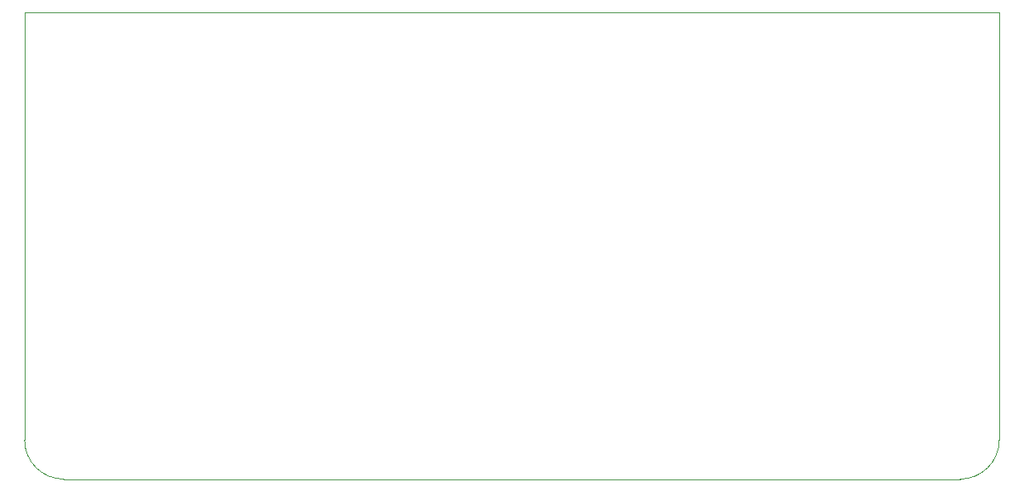
<source format=gbr>
G04 #@! TF.GenerationSoftware,KiCad,Pcbnew,5.1.5+dfsg1-2build2*
G04 #@! TF.CreationDate,2021-11-29T21:51:19+10:30*
G04 #@! TF.ProjectId,tda7293,74646137-3239-4332-9e6b-696361645f70,rev?*
G04 #@! TF.SameCoordinates,Original*
G04 #@! TF.FileFunction,Profile,NP*
%FSLAX46Y46*%
G04 Gerber Fmt 4.6, Leading zero omitted, Abs format (unit mm)*
G04 Created by KiCad (PCBNEW 5.1.5+dfsg1-2build2) date 2021-11-29 21:51:19*
%MOMM*%
%LPD*%
G04 APERTURE LIST*
%ADD10C,0.050000*%
G04 APERTURE END LIST*
D10*
X29000000Y-73000000D02*
G75*
G02X25000000Y-69000000I0J4000000D01*
G01*
X125000000Y-69000000D02*
G75*
G02X121000000Y-73000000I-4000000J0D01*
G01*
X29000000Y-73000000D02*
X121000000Y-73000000D01*
X125000000Y-25000000D02*
X25000000Y-25000000D01*
X125000000Y-69000000D02*
X125000000Y-25000000D01*
X25000000Y-25000000D02*
X25000000Y-69000000D01*
M02*

</source>
